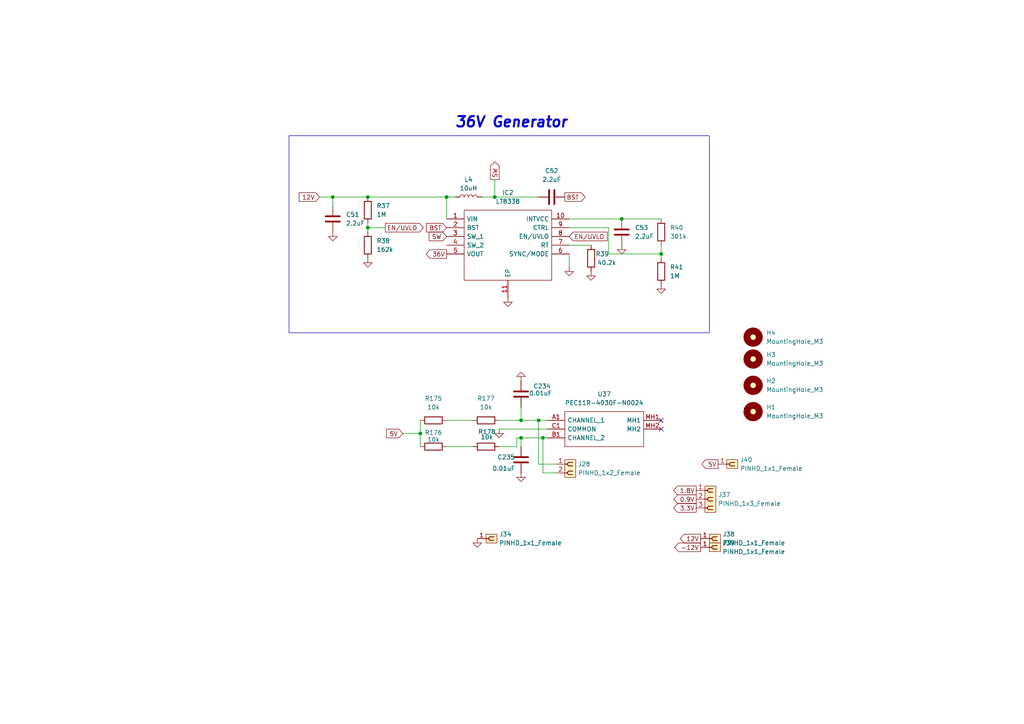
<source format=kicad_sch>
(kicad_sch (version 20231120) (generator "eeschema") (generator_version "8.0")
  (paper "A4")
  (title_block (company "Michael Meyers"))
  (lib_symbols
    (symbol "Device:C" (pin_numbers hide) (pin_names (offset 0.254))
      (property "Reference" "C" (at 0.635 2.54 0))
      (property "Value" "C" (at 0.635 -2.54 0))
      (symbol "C_0_1"
        (polyline (pts (xy -2.032 -0.762) (xy 2.032 -0.762)) (stroke (width 0.508)))
        (polyline (pts (xy -2.032 0.762) (xy 2.032 0.762)) (stroke (width 0.508)))
      )
      (symbol "C_1_1"
        (pin passive line (at 0 3.81 270) (length 2.794) (name "~") (number "1"))
        (pin passive line (at 0 -3.81 90) (length 2.794) (name "~") (number "2"))
      )
    )
    (symbol "Device:L" (pin_numbers hide) (pin_names (offset 1.016) hide)
      (property "Reference" "L" (at -1.27 0 90))
      (property "Value" "L" (at 1.905 0 90))
      (symbol "L_0_1"
        (arc (start 0 -2.54) (mid 0.6323 -1.905) (end 0 -1.27))
        (arc (start 0 -1.27) (mid 0.6323 -0.635) (end 0 0))
        (arc (start 0 0) (mid 0.6323 0.635) (end 0 1.27))
        (arc (start 0 1.27) (mid 0.6323 1.905) (end 0 2.54))
      )
      (symbol "L_1_1"
        (pin passive line (at 0 3.81 270) (length 1.27) (name "1") (number "1"))
        (pin passive line (at 0 -3.81 90) (length 1.27) (name "2") (number "2"))
      )
    )
    (symbol "Device:R" (pin_numbers hide) (pin_names (offset 0))
      (property "Reference" "R" (at 2.032 0 90))
      (property "Value" "R" (at 0 0 90))
      (symbol "R_0_1"
        (rectangle (start -1.016 -2.54) (end 1.016 2.54) (stroke (width 0.254)))
      )
      (symbol "R_1_1"
        (pin passive line (at 0 3.81 270) (length 1.27) (name "~") (number "1"))
        (pin passive line (at 0 -3.81 90) (length 1.27) (name "~") (number "2"))
      )
    )
    (symbol "PCM_SL_Mechanical:MountingHole_M3"
      (property "Reference" "H" (at 0 7.62 0))
      (property "Value" "MountingHole_M3" (at 0 5.08 0))
      (symbol "MountingHole_M3_0_1"
        (circle (center 0 0) (radius 1.27) (fill (type background)))
        (circle (center 0 0) (radius 1.7961) (stroke (width 2)))
      )
    )
    (symbol "PCM_SL_Pin_Headers:PINHD_1x1_Female"
      (property "Reference" "J" (at 0 6.35 0))
      (property "Value" "PINHD_1x1_Female" (at 0 3.81 0))
      (symbol "PINHD_1x1_Female_0_1"
        (rectangle (start -1.27 1.27) (end 1.905 -1.27) (fill (type background)))
        (arc (start -0.508 0) (mid -0.3592 -0.3592) (end 0 -0.508) (stroke (width 0.25)))
        (polyline (pts (xy -1.27 0) (xy -0.508 0)) (stroke (width 0.25)))
        (polyline (pts (xy 0 -0.508) (xy 1.016 -0.508)) (stroke (width 0.25)))
        (polyline (pts (xy 0 0.508) (xy 1.016 0.508)) (stroke (width 0.25)))
        (arc (start 0 0.508) (mid -0.3592 0.3592) (end -0.508 0) (stroke (width 0.25)))
      )
      (symbol "PINHD_1x1_Female_1_1"
        (pin passive line (at -3.81 0 0) (length 2.54) (name "") (number "1"))
      )
    )
    (symbol "PCM_SL_Pin_Headers:PINHD_1x2_Female"
      (property "Reference" "J" (at 0 7.62 0))
      (property "Value" "PINHD_1x2_Female" (at 0 5.08 0))
      (symbol "PINHD_1x2_Female_0_1"
        (rectangle (start -1.27 2.54) (end 1.905 -2.54) (fill (type background)))
        (arc (start -0.508 -1.27) (mid -0.3592 -1.6292) (end 0 -1.778) (stroke (width 0.25)))
        (arc (start -0.508 1.27) (mid -0.3592 0.9108) (end 0 0.762) (stroke (width 0.25)))
        (arc (start 0 -0.762) (mid -0.3592 -0.9108) (end -0.508 -1.27) (stroke (width 0.25)))
        (polyline (pts (xy -1.27 -1.27) (xy -0.508 -1.27)) (stroke (width 0.25)))
        (polyline (pts (xy -1.27 1.27) (xy -0.508 1.27)) (stroke (width 0.25)))
        (polyline (pts (xy 0 -1.778) (xy 1.016 -1.778)) (stroke (width 0.25)))
        (polyline (pts (xy 0 -0.762) (xy 1.016 -0.762)) (stroke (width 0.25)))
        (polyline (pts (xy 0 0.762) (xy 1.016 0.762)) (stroke (width 0.25)))
        (polyline (pts (xy 0 1.778) (xy 1.016 1.778)) (stroke (width 0.25)))
        (arc (start 0 1.778) (mid -0.3592 1.6292) (end -0.508 1.27) (stroke (width 0.25)))
      )
      (symbol "PINHD_1x2_Female_1_1"
        (pin passive line (at -3.81 1.27 0) (length 2.54) (name "") (number "1"))
        (pin passive line (at -3.81 -1.27 0) (length 2.54) (name "") (number "2"))
      )
    )
    (symbol "PCM_SL_Pin_Headers:PINHD_1x3_Female"
      (property "Reference" "J" (at 0 8.89 0))
      (property "Value" "PINHD_1x3_Female" (at 0 6.35 0))
      (symbol "PINHD_1x3_Female_0_1"
        (rectangle (start -1.27 3.81) (end 1.905 -3.81) (fill (type background)))
        (arc (start -0.508 -2.54) (mid -0.3592 -2.8992) (end 0 -3.048) (stroke (width 0.25)))
        (arc (start -0.508 0) (mid -0.3592 -0.3592) (end 0 -0.508) (stroke (width 0.25)))
        (arc (start -0.508 2.54) (mid -0.3592 2.1808) (end 0 2.032) (stroke (width 0.25)))
        (arc (start 0 -2.032) (mid -0.3592 -2.1808) (end -0.508 -2.54) (stroke (width 0.25)))
        (polyline (pts (xy -1.27 -2.54) (xy -0.508 -2.54)) (stroke (width 0.25)))
        (polyline (pts (xy -1.27 0) (xy -0.508 0)) (stroke (width 0.25)))
        (polyline (pts (xy -1.27 2.54) (xy -0.508 2.54)) (stroke (width 0.25)))
        (polyline (pts (xy 0 -3.048) (xy 1.016 -3.048)) (stroke (width 0.25)))
        (polyline (pts (xy 0 -2.032) (xy 1.016 -2.032)) (stroke (width 0.25)))
        (polyline (pts (xy 0 -0.508) (xy 1.016 -0.508)) (stroke (width 0.25)))
        (polyline (pts (xy 0 0.508) (xy 1.016 0.508)) (stroke (width 0.25)))
        (polyline (pts (xy 0 2.032) (xy 1.016 2.032)) (stroke (width 0.25)))
        (polyline (pts (xy 0 3.048) (xy 1.016 3.048)) (stroke (width 0.25)))
        (arc (start 0 0.508) (mid -0.3592 0.3592) (end -0.508 0) (stroke (width 0.25)))
        (arc (start 0 3.048) (mid -0.3592 2.8992) (end -0.508 2.54) (stroke (width 0.25)))
      )
      (symbol "PINHD_1x3_Female_1_1"
        (pin passive line (at -3.81 2.54 0) (length 2.54) (name "") (number "1"))
        (pin passive line (at -3.81 0 0) (length 2.54) (name "") (number "2"))
        (pin passive line (at -3.81 -2.54 0) (length 2.54) (name "") (number "3"))
      )
    )
    (symbol "SamacSys_Parts:PEC11R-4030F-N0024" (pin_names (offset 0.762))
      (property "Reference" "U" (at 29.21 7.62 0))
      (property "Value" "PEC11R-4030F-N0024" (at 29.21 5.08 0))
      (symbol "PEC11R-4030F-N0024_0_0"
        (pin passive line (at 0 0 0) (length 5.08) (name "CHANNEL_1") (number "A1"))
        (pin passive line (at 0 -5.08 0) (length 5.08) (name "CHANNEL_2") (number "B1"))
        (pin passive line (at 0 -2.54 0) (length 5.08) (name "COMMON") (number "C1"))
        (pin passive line (at 33.02 0 180) (length 5.08) (name "MH1") (number "MH1"))
        (pin passive line (at 33.02 -2.54 180) (length 5.08) (name "MH2") (number "MH2"))
      )
      (symbol "PEC11R-4030F-N0024_0_1"
        (polyline (pts (xy 5.08 2.54) (xy 27.94 2.54) (xy 27.94 -7.62) (xy 5.08 -7.62) (xy 5.08 2.54)) (stroke (width 0.1524)))
      )
    )
    (symbol "SamacSys_Parts:lt8338" (pin_names (offset 0.762))
      (property "Reference" "IC" (at 31.75 7.62 0))
      (property "Value" "lt8338" (at 31.75 5.08 0))
      (symbol "lt8338_0_0"
        (pin passive line (at 0 0 0) (length 5.08) (name "VIN") (number "1"))
        (pin passive line (at 35.56 0 180) (length 5.08) (name "INTVCC") (number "10"))
        (pin passive line (at 17.78 -22.86 90) (length 5.08) (name "EP") (number "11"))
        (pin passive line (at 0 -2.54 0) (length 5.08) (name "BST") (number "2"))
        (pin passive line (at 0 -5.08 0) (length 5.08) (name "SW_1") (number "3"))
        (pin passive line (at 0 -7.62 0) (length 5.08) (name "SW_2") (number "4"))
        (pin passive line (at 0 -10.16 0) (length 5.08) (name "VOUT") (number "5"))
        (pin passive line (at 35.56 -10.16 180) (length 5.08) (name "SYNC/MODE") (number "6"))
        (pin passive line (at 35.56 -7.62 180) (length 5.08) (name "RT") (number "7"))
        (pin passive line (at 35.56 -5.08 180) (length 5.08) (name "EN/UVLO") (number "8"))
        (pin passive line (at 35.56 -2.54 180) (length 5.08) (name "CTRL") (number "9"))
      )
      (symbol "lt8338_0_1"
        (polyline (pts (xy 5.08 2.54) (xy 30.48 2.54) (xy 30.48 -17.78) (xy 5.08 -17.78) (xy 5.08 2.54)) (stroke (width 0.1524)))
      )
    )
    (symbol "power:GND" (power) (pin_numbers hide) (pin_names (offset 0) hide)
      (property "Value" "GND" (at 0 -3.81 0))
      (symbol "GND_0_1"
        (polyline (pts (xy 0 0) (xy 0 -1.27) (xy 1.27 -1.27) (xy 0 -2.54) (xy -1.27 -1.27) (xy 0 -1.27)))
      )
      (symbol "GND_1_1"
        (pin power_in line (at 0 0 270) (length 0) (name "~") (number "1"))
      )
    )
  )
  (junction (at 151.13 127))
  (junction (at 151.13 121.92))
  (junction (at 106.68 66.04))
  (junction (at 180.34 63.5))
  (junction (at 143.51 57.15))
  (junction (at 157.48 127))
  (junction (at 191.77 73.66))
  (junction (at 156.21 121.92))
  (junction (at 96.52 57.15))
  (junction (at 129.54 57.15))
  (junction (at 121.92 125.73))
  (junction (at 106.68 57.15))
  (no_connect (at 191.77 121.92))
  (no_connect (at 191.77 124.46))
  (wire (pts (xy 149.86 129.54) (xy 149.86 127)))
  (wire (pts (xy 165.1 73.66) (xy 165.1 77.47)))
  (wire (pts (xy 151.13 121.92) (xy 156.21 121.92)))
  (wire (pts (xy 139.7 57.15) (xy 143.51 57.15)))
  (wire (pts (xy 165.1 66.04) (xy 176.53 66.04)))
  (wire (pts (xy 96.52 57.15) (xy 106.68 57.15)))
  (wire (pts (xy 157.48 127) (xy 157.48 137.16)))
  (wire (pts (xy 180.34 63.5) (xy 191.77 63.5)))
  (wire (pts (xy 156.21 121.92) (xy 156.21 134.62)))
  (wire (pts (xy 129.54 57.15) (xy 129.54 63.5)))
  (wire (pts (xy 106.68 66.04) (xy 106.68 67.31)))
  (wire (pts (xy 191.77 73.66) (xy 191.77 74.93)))
  (wire (pts (xy 156.21 121.92) (xy 158.75 121.92)))
  (wire (pts (xy 106.68 66.04) (xy 111.76 66.04)))
  (wire (pts (xy 129.54 57.15) (xy 132.08 57.15)))
  (wire (pts (xy 157.48 137.16) (xy 161.29 137.16)))
  (wire (pts (xy 165.1 63.5) (xy 180.34 63.5)))
  (wire (pts (xy 157.48 127) (xy 158.75 127)))
  (wire (pts (xy 121.92 125.73) (xy 121.92 129.54)))
  (wire (pts (xy 165.1 71.12) (xy 171.45 71.12)))
  (wire (pts (xy 143.51 52.07) (xy 143.51 57.15)))
  (wire (pts (xy 144.78 129.54) (xy 149.86 129.54)))
  (wire (pts (xy 129.54 121.92) (xy 137.16 121.92)))
  (wire (pts (xy 96.52 57.15) (xy 96.52 59.69)))
  (wire (pts (xy 191.77 71.12) (xy 191.77 73.66)))
  (wire (pts (xy 106.68 57.15) (xy 129.54 57.15)))
  (wire (pts (xy 156.21 134.62) (xy 161.29 134.62)))
  (wire (pts (xy 176.53 73.66) (xy 191.77 73.66)))
  (wire (pts (xy 106.68 64.77) (xy 106.68 66.04)))
  (wire (pts (xy 144.78 121.92) (xy 151.13 121.92)))
  (wire (pts (xy 176.53 66.04) (xy 176.53 73.66)))
  (wire (pts (xy 151.13 127) (xy 157.48 127)))
  (wire (pts (xy 129.54 129.54) (xy 137.16 129.54)))
  (wire (pts (xy 92.71 57.15) (xy 96.52 57.15)))
  (wire (pts (xy 151.13 127) (xy 151.13 129.54)))
  (wire (pts (xy 121.92 125.73) (xy 121.92 121.92)))
  (wire (pts (xy 151.13 118.11) (xy 151.13 121.92)))
  (wire (pts (xy 149.86 127) (xy 151.13 127)))
  (wire (pts (xy 144.78 124.46) (xy 158.75 124.46)))
  (wire (pts (xy 143.51 57.15) (xy 156.21 57.15)))
  (wire (pts (xy 116.84 125.73) (xy 121.92 125.73)))
  (rectangle (start 83.82 39.37) (end 205.74 96.52))
  (text "36V Generator" (at 148.336 35.56 0) (effects (font (size 3 3) (thickness 0.6) (bold yes) (italic yes))))
  (global_label "36V" (shape output) (at 129.54 73.66 180) (property "Intersheetrefs" "${INTERSHEET_REFS}" (effects (hide yes))))
  (global_label "BST" (shape output) (at 163.83 57.15 0) (property "Intersheetrefs" "${INTERSHEET_REFS}" (effects (hide yes))))
  (global_label "EN{slash}UVLO" (shape input) (at 165.1 68.58 0) (property "Intersheetrefs" "${INTERSHEET_REFS}" (effects (hide yes))))
  (global_label "SW" (shape output) (at 143.51 52.07 90) (property "Intersheetrefs" "${INTERSHEET_REFS}" (effects (hide yes))))
  (global_label "EN{slash}UVLO" (shape output) (at 111.76 66.04 0) (property "Intersheetrefs" "${INTERSHEET_REFS}" (effects (hide yes))))
  (global_label "-12V" (shape output) (at 203.2 158.75 180) (property "Intersheetrefs" "${INTERSHEET_REFS}" (effects (hide yes))))
  (global_label "1.8V" (shape output) (at 201.93 142.24 180) (property "Intersheetrefs" "${INTERSHEET_REFS}" (effects (hide yes))))
  (global_label "BST" (shape input) (at 129.54 66.04 180) (property "Intersheetrefs" "${INTERSHEET_REFS}" (effects (hide yes))))
  (global_label "5V" (shape output) (at 208.28 134.62 180) (property "Intersheetrefs" "${INTERSHEET_REFS}" (effects (hide yes))))
  (global_label "12V" (shape output) (at 203.2 156.21 180) (property "Intersheetrefs" "${INTERSHEET_REFS}" (effects (hide yes))))
  (global_label "SW" (shape input) (at 129.54 68.58 180) (property "Intersheetrefs" "${INTERSHEET_REFS}" (effects (hide yes))))
  (global_label "0.9V" (shape output) (at 201.93 144.78 180) (property "Intersheetrefs" "${INTERSHEET_REFS}" (effects (hide yes))))
  (global_label "5V" (shape input) (at 116.84 125.73 180) (property "Intersheetrefs" "${INTERSHEET_REFS}" (effects (hide yes))))
  (global_label "12V" (shape input) (at 92.71 57.15 180) (property "Intersheetrefs" "${INTERSHEET_REFS}" (effects (hide yes))))
  (global_label "3.3V" (shape output) (at 201.93 147.32 180) (property "Intersheetrefs" "${INTERSHEET_REFS}" (effects (hide yes))))
  (symbol (lib_id "Device:C") (at 160.02 57.15 90) (unit 1) (on_board no)
    (property "Reference" "C52" (at 160.02 49.53 90))
    (property "Value" "2.2uF" (at 160.02 52.07 90))
    (property "Footprint" "Capacitor_SMD:C_0402_1005Metric" (effects (hide yes)))
    (property "Description" "Unpolarized capacitor" (effects (hide yes)))
  )
  (symbol (lib_id "PCM_SL_Pin_Headers:PINHD_1x3_Female") (at 205.74 144.78 0) (unit 1)
    (property "Reference" "J37" (at 208.28 143.5099 0) (effects (justify left)))
    (property "Value" "PINHD_1x3_Female" (at 208.28 146.0499 0) (effects (justify left)))
    (property "Footprint" "Connector_PinSocket_2.54mm:PinSocket_1x03_P2.54mm_Vertical" (effects (hide yes)))
    (property "Description" "Pin Header female with pin space 2.54mm. Pin Count -3" (effects (hide yes)))
  )
  (symbol (lib_id "power:GND") (at 106.68 74.93 0) (mirror y) (unit 1)
    (property "Reference" "#PWR053" (effects (hide yes)))
    (property "Value" "GND" (effects (hide yes)))
  )
  (symbol (lib_id "power:GND") (at 144.78 124.46 0) (mirror y) (unit 1)
    (property "Reference" "#PWR0223" (effects (hide yes)))
    (property "Value" "GND" (effects (hide yes)))
  )
  (symbol (lib_id "PCM_SL_Pin_Headers:PINHD_1x2_Female") (at 165.1 135.89 0) (unit 1)
    (property "Reference" "J28" (at 167.64 134.6199 0) (effects (justify left)))
    (property "Value" "PINHD_1x2_Female" (at 167.64 137.1599 0) (effects (justify left)))
    (property "Footprint" "Connector_PinSocket_2.54mm:PinSocket_1x02_P2.54mm_Vertical" (effects (hide yes)))
    (property "Description" "Pin Header female with pin space 2.54mm. Pin Count -2" (effects (hide yes)))
  )
  (symbol (lib_id "PCM_SL_Mechanical:MountingHole_M3") (at 218.44 111.76 0) (unit 1)
    (property "Reference" "H2" (at 222.25 110.4899 0) (effects (justify left)))
    (property "Value" "MountingHole_M3" (at 222.25 113.0299 0) (effects (justify left)))
    (property "Footprint" "MountingHole:MountingHole_3.2mm_M3" (effects (hide yes)))
    (property "Description" "3.2mm Diameter Mounting Hole (M3)" (effects (hide yes)))
  )
  (symbol (lib_id "power:GND") (at 171.45 78.74 0) (mirror y) (unit 1)
    (property "Reference" "#PWR056" (effects (hide yes)))
    (property "Value" "GND" (effects (hide yes)))
  )
  (symbol (lib_id "power:GND") (at 180.34 71.12 0) (mirror y) (unit 1)
    (property "Reference" "#PWR054" (effects (hide yes)))
    (property "Value" "GND" (effects (hide yes)))
  )
  (symbol (lib_id "power:GND") (at 191.77 82.55 0) (mirror y) (unit 1)
    (property "Reference" "#PWR055" (effects (hide yes)))
    (property "Value" "GND" (effects (hide yes)))
  )
  (symbol (lib_id "Device:R") (at 106.68 60.96 0) (unit 1) (on_board no)
    (property "Reference" "R37" (at 109.22 59.6899 0) (effects (justify left)))
    (property "Value" "1M" (at 109.22 62.2299 0) (effects (justify left)))
    (property "Footprint" "Resistor_SMD:R_0805_2012Metric" (effects (hide yes)))
    (property "Description" "Resistor" (effects (hide yes)))
  )
  (symbol (lib_id "Device:C") (at 180.34 67.31 0) (unit 1) (on_board no)
    (property "Reference" "C53" (at 184.15 66.0399 0) (effects (justify left)))
    (property "Value" "2.2uF" (at 184.15 68.5799 0) (effects (justify left)))
    (property "Footprint" "Capacitor_SMD:C_0402_1005Metric" (effects (hide yes)))
    (property "Description" "Unpolarized capacitor" (effects (hide yes)))
  )
  (symbol (lib_id "PCM_SL_Pin_Headers:PINHD_1x1_Female") (at 207.01 158.75 0) (unit 1) (on_board no)
    (property "Reference" "J39" (at 209.55 157.4799 0) (effects (justify left)))
    (property "Value" "PINHD_1x1_Female" (at 209.55 160.0199 0) (effects (justify left)))
    (property "Footprint" "Connector_PinSocket_2.54mm:PinSocket_1x01_P2.54mm_Vertical" (effects (hide yes)))
    (property "Description" "Pin Header female with pin space 2.54mm. Pin Count -1" (effects (hide yes)))
  )
  (symbol (lib_id "power:GND") (at 151.13 137.16 0) (mirror y) (unit 1)
    (property "Reference" "#PWR0102" (effects (hide yes)))
    (property "Value" "GND" (effects (hide yes)))
  )
  (symbol (lib_id "Device:C") (at 151.13 133.35 0) (unit 1)
    (property "Reference" "C235" (at 144.272 132.588 0) (effects (justify left)))
    (property "Value" "0.01uF" (at 142.748 135.89 0) (effects (justify left)))
    (property "Footprint" "Capacitor_SMD:C_0402_1005Metric" (effects (hide yes)))
    (property "Description" "Unpolarized capacitor" (effects (hide yes)))
  )
  (symbol (lib_id "PCM_SL_Mechanical:MountingHole_M3") (at 218.44 119.38 0) (unit 1)
    (property "Reference" "H1" (at 222.25 118.1099 0) (effects (justify left)))
    (property "Value" "MountingHole_M3" (at 222.25 120.6499 0) (effects (justify left)))
    (property "Footprint" "MountingHole:MountingHole_3.2mm_M3" (effects (hide yes)))
    (property "Description" "3.2mm Diameter Mounting Hole (M3)" (effects (hide yes)))
  )
  (symbol (lib_id "Device:R") (at 125.73 129.54 90) (unit 1)
    (property "Reference" "R176" (at 125.73 125.476 90))
    (property "Value" "10k" (at 125.73 127.508 90))
    (property "Footprint" "Resistor_SMD:R_0805_2012Metric" (effects (hide yes)))
    (property "Description" "Resistor" (effects (hide yes)))
  )
  (symbol (lib_id "PCM_SL_Pin_Headers:PINHD_1x1_Female") (at 142.24 156.21 0) (unit 1)
    (property "Reference" "J34" (at 144.78 154.9399 0) (effects (justify left)))
    (property "Value" "PINHD_1x1_Female" (at 144.78 157.4799 0) (effects (justify left)))
    (property "Footprint" "Connector_PinSocket_2.54mm:PinSocket_1x01_P2.54mm_Vertical" (effects (hide yes)))
    (property "Description" "Pin Header female with pin space 2.54mm. Pin Count -1" (effects (hide yes)))
  )
  (symbol (lib_id "Device:C") (at 96.52 63.5 0) (unit 1) (on_board no)
    (property "Reference" "C51" (at 100.33 62.2299 0) (effects (justify left)))
    (property "Value" "2.2uF" (at 100.33 64.7699 0) (effects (justify left)))
    (property "Footprint" "Capacitor_SMD:C_0402_1005Metric" (effects (hide yes)))
    (property "Description" "Unpolarized capacitor" (effects (hide yes)))
  )
  (symbol (lib_id "Device:R") (at 140.97 129.54 90) (unit 1)
    (property "Reference" "R178" (at 141.224 125.222 90))
    (property "Value" "10k" (at 141.224 126.746 90))
    (property "Footprint" "Resistor_SMD:R_0805_2012Metric" (effects (hide yes)))
    (property "Description" "Resistor" (effects (hide yes)))
  )
  (symbol (lib_id "SamacSys_Parts:lt8338") (at 129.54 63.5 0) (unit 1) (on_board no)
    (property "Reference" "IC2" (at 147.32 55.88 0))
    (property "Value" "LT8338" (at 147.32 58.42 0))
    (property "Footprint" "SamacSys_Parts:SOP50P490X110-11N" (effects (hide yes)))
    (property "Datasheet" "https://www.analog.com/media/en/technical-documentation/data-sheets/lt8338.pdf" (effects (hide yes)))
    (property "Description" "Wide Input Voltage Range: 3.0V to 40V" (effects (hide yes)))
    (property "Description_1" "Wide Input Voltage Range: 3.0V to 40V" (effects (hide yes)))
    (property "Height" "1.1" (effects (hide yes)))
    (property "Manufacturer_Name" "Analog Devices" (effects (hide yes)))
    (property "Manufacturer_Part_Number" "lt8338" (effects (hide yes)))
    (property "Mouser Part Number" "N/A" (effects (hide yes)))
    (property "Mouser Price/Stock" "https://www.mouser.co.uk/ProductDetail/Analog-Devices/LT8338?qs=Imq1NPwxi76sIOAVJWs6LA%3D%3D" (effects (hide yes)))
  )
  (symbol (lib_id "PCM_SL_Mechanical:MountingHole_M3") (at 218.44 104.14 0) (unit 1)
    (property "Reference" "H3" (at 222.25 102.8699 0) (effects (justify left)))
    (property "Value" "MountingHole_M3" (at 222.25 105.4099 0) (effects (justify left)))
    (property "Footprint" "MountingHole:MountingHole_3.2mm_M3" (effects (hide yes)))
    (property "Description" "3.2mm Diameter Mounting Hole (M3)" (effects (hide yes)))
  )
  (symbol (lib_id "PCM_SL_Mechanical:MountingHole_M3") (at 218.44 97.79 0) (unit 1)
    (property "Reference" "H4" (at 222.25 96.5199 0) (effects (justify left)))
    (property "Value" "MountingHole_M3" (at 222.25 99.0599 0) (effects (justify left)))
    (property "Footprint" "MountingHole:MountingHole_3.2mm_M3" (effects (hide yes)))
    (property "Description" "3.2mm Diameter Mounting Hole (M3)" (effects (hide yes)))
  )
  (symbol (lib_id "PCM_SL_Pin_Headers:PINHD_1x1_Female") (at 207.01 156.21 0) (unit 1) (on_board no)
    (property "Reference" "J38" (at 209.55 154.9399 0) (effects (justify left)))
    (property "Value" "PINHD_1x1_Female" (at 209.55 157.4799 0) (effects (justify left)))
    (property "Footprint" "Connector_PinSocket_2.54mm:PinSocket_1x01_P2.54mm_Vertical" (effects (hide yes)))
    (property "Description" "Pin Header female with pin space 2.54mm. Pin Count -1" (effects (hide yes)))
  )
  (symbol (lib_id "power:GND") (at 151.13 110.49 0) (mirror x) (unit 1)
    (property "Reference" "#PWR0120" (effects (hide yes)))
    (property "Value" "GND" (effects (hide yes)))
  )
  (symbol (lib_id "Device:R") (at 125.73 121.92 90) (unit 1)
    (property "Reference" "R175" (at 125.73 115.57 90))
    (property "Value" "10k" (at 125.73 118.11 90))
    (property "Footprint" "Resistor_SMD:R_0805_2012Metric" (effects (hide yes)))
    (property "Description" "Resistor" (effects (hide yes)))
  )
  (symbol (lib_id "Device:R") (at 171.45 74.93 0) (unit 1) (on_board no)
    (property "Reference" "R39" (at 172.72 73.66 0) (effects (justify left)))
    (property "Value" "40.2k" (at 173.228 76.2 0) (effects (justify left)))
    (property "Footprint" "Resistor_SMD:R_0805_2012Metric" (effects (hide yes)))
    (property "Description" "Resistor" (effects (hide yes)))
  )
  (symbol (lib_id "power:GND") (at 147.32 86.36 0) (mirror y) (unit 1)
    (property "Reference" "#PWR058" (effects (hide yes)))
    (property "Value" "GND" (effects (hide yes)))
  )
  (symbol (lib_id "Device:C") (at 151.13 114.3 0) (unit 1)
    (property "Reference" "C234" (at 154.686 112.014 0) (effects (justify left)))
    (property "Value" "0.01uF" (at 153.416 114.046 0) (effects (justify left)))
    (property "Footprint" "Capacitor_SMD:C_0402_1005Metric" (effects (hide yes)))
    (property "Description" "Unpolarized capacitor" (effects (hide yes)))
  )
  (symbol (lib_id "Device:R") (at 191.77 67.31 0) (unit 1) (on_board no)
    (property "Reference" "R40" (at 194.31 66.0399 0) (effects (justify left)))
    (property "Value" "301k" (at 194.31 68.5799 0) (effects (justify left)))
    (property "Footprint" "Resistor_SMD:R_0805_2012Metric" (effects (hide yes)))
    (property "Description" "Resistor" (effects (hide yes)))
  )
  (symbol (lib_id "Device:R") (at 140.97 121.92 90) (unit 1)
    (property "Reference" "R177" (at 140.97 115.57 90))
    (property "Value" "10k" (at 140.97 118.11 90))
    (property "Footprint" "Resistor_SMD:R_0805_2012Metric" (effects (hide yes)))
    (property "Description" "Resistor" (effects (hide yes)))
  )
  (symbol (lib_id "Device:R") (at 106.68 71.12 0) (unit 1) (on_board no)
    (property "Reference" "R38" (at 109.22 69.8499 0) (effects (justify left)))
    (property "Value" "162k" (at 109.22 72.3899 0) (effects (justify left)))
    (property "Footprint" "Resistor_SMD:R_0805_2012Metric" (effects (hide yes)))
    (property "Description" "Resistor" (effects (hide yes)))
  )
  (symbol (lib_id "Device:R") (at 191.77 78.74 0) (unit 1) (on_board no)
    (property "Reference" "R41" (at 194.31 77.4699 0) (effects (justify left)))
    (property "Value" "1M" (at 194.31 80.0099 0) (effects (justify left)))
    (property "Footprint" "Resistor_SMD:R_0805_2012Metric" (effects (hide yes)))
    (property "Description" "Resistor" (effects (hide yes)))
  )
  (symbol (lib_id "power:GND") (at 96.52 67.31 0) (mirror y) (unit 1)
    (property "Reference" "#PWR052" (effects (hide yes)))
    (property "Value" "GND" (effects (hide yes)))
  )
  (symbol (lib_id "power:GND") (at 165.1 77.47 0) (mirror y) (unit 1)
    (property "Reference" "#PWR057" (effects (hide yes)))
    (property "Value" "GND" (effects (hide yes)))
  )
  (symbol (lib_id "Device:L") (at 135.89 57.15 90) (unit 1) (on_board no)
    (property "Reference" "L4" (at 135.89 52.07 90))
    (property "Value" "10uH" (at 135.89 54.61 90))
    (property "Footprint" "Inductor_SMD:L_0805_2012Metric" (effects (hide yes)))
    (property "Description" "Inductor" (effects (hide yes)))
  )
  (symbol (lib_id "SamacSys_Parts:PEC11R-4030F-N0024") (at 158.75 121.92 0) (unit 1)
    (property "Reference" "U37" (at 175.26 114.3 0))
    (property "Value" "PEC11R-4030F-N0024" (at 175.26 116.84 0))
    (property "Footprint" "SamacSys_Parts:PEC11R4030FN0024" (effects (hide yes)))
    (property "Datasheet" "https://www.bourns.com/docs/Product-Datasheets/PEC11R.pdf" (effects (hide yes)))
    (property "Description" "Rotary Encoder Mechanical 24 Quadrature (Incremental) Vertical 6mm Dia Flatted End" (effects (hide yes)))
    (property "Description_1" "Rotary Encoder Mechanical 24 Quadrature (Incremental) Vertical 6mm Dia Flatted End" (effects (hide yes)))
    (property "Height" "36.5" (effects (hide yes)))
    (property "Manufacturer_Name" "Bourns" (effects (hide yes)))
    (property "Manufacturer_Part_Number" "PEC11R-4030F-N0024" (effects (hide yes)))
    (property "Mouser Part Number" "652-PEC11R4030FN0024" (effects (hide yes)))
    (property "Mouser Price/Stock" "https://www.mouser.co.uk/ProductDetail/Bourns/PEC11R-4030F-N0024?qs=Zq5ylnUbLm5njkyDtMH5bA%3D%3D" (effects (hide yes)))
  )
  (symbol (lib_id "power:GND") (at 138.43 156.21 0) (mirror y) (unit 1)
    (property "Reference" "#PWR0220" (effects (hide yes)))
    (property "Value" "GND" (effects (hide yes)))
  )
  (symbol (lib_id "PCM_SL_Pin_Headers:PINHD_1x1_Female") (at 212.09 134.62 0) (unit 1) (on_board no)
    (property "Reference" "J40" (at 214.63 133.3499 0) (effects (justify left)))
    (property "Value" "PINHD_1x1_Female" (at 214.63 135.8899 0) (effects (justify left)))
    (property "Footprint" "Connector_PinSocket_2.54mm:PinSocket_1x01_P2.54mm_Vertical" (effects (hide yes)))
    (property "Description" "Pin Header female with pin space 2.54mm. Pin Count -1" (effects (hide yes)))
  )
)
</source>
